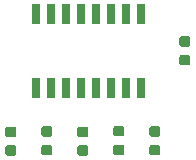
<source format=gtp>
G04 #@! TF.GenerationSoftware,KiCad,Pcbnew,5.1.5-2.fc32*
G04 #@! TF.CreationDate,2020-05-12T10:48:03+02:00*
G04 #@! TF.ProjectId,beieliscale-kicad,62656965-6c69-4736-9361-6c652d6b6963,rev?*
G04 #@! TF.SameCoordinates,Original*
G04 #@! TF.FileFunction,Paste,Top*
G04 #@! TF.FilePolarity,Positive*
%FSLAX46Y46*%
G04 Gerber Fmt 4.6, Leading zero omitted, Abs format (unit mm)*
G04 Created by KiCad (PCBNEW 5.1.5-2.fc32) date 2020-05-12 10:48:03*
%MOMM*%
%LPD*%
G04 APERTURE LIST*
%ADD10C,0.100000*%
%ADD11R,0.640000X1.800000*%
G04 APERTURE END LIST*
D10*
G36*
X99845691Y-64030553D02*
G01*
X99866926Y-64033703D01*
X99887750Y-64038919D01*
X99907962Y-64046151D01*
X99927368Y-64055330D01*
X99945781Y-64066366D01*
X99963024Y-64079154D01*
X99978930Y-64093570D01*
X99993346Y-64109476D01*
X100006134Y-64126719D01*
X100017170Y-64145132D01*
X100026349Y-64164538D01*
X100033581Y-64184750D01*
X100038797Y-64205574D01*
X100041947Y-64226809D01*
X100043000Y-64248250D01*
X100043000Y-64685750D01*
X100041947Y-64707191D01*
X100038797Y-64728426D01*
X100033581Y-64749250D01*
X100026349Y-64769462D01*
X100017170Y-64788868D01*
X100006134Y-64807281D01*
X99993346Y-64824524D01*
X99978930Y-64840430D01*
X99963024Y-64854846D01*
X99945781Y-64867634D01*
X99927368Y-64878670D01*
X99907962Y-64887849D01*
X99887750Y-64895081D01*
X99866926Y-64900297D01*
X99845691Y-64903447D01*
X99824250Y-64904500D01*
X99311750Y-64904500D01*
X99290309Y-64903447D01*
X99269074Y-64900297D01*
X99248250Y-64895081D01*
X99228038Y-64887849D01*
X99208632Y-64878670D01*
X99190219Y-64867634D01*
X99172976Y-64854846D01*
X99157070Y-64840430D01*
X99142654Y-64824524D01*
X99129866Y-64807281D01*
X99118830Y-64788868D01*
X99109651Y-64769462D01*
X99102419Y-64749250D01*
X99097203Y-64728426D01*
X99094053Y-64707191D01*
X99093000Y-64685750D01*
X99093000Y-64248250D01*
X99094053Y-64226809D01*
X99097203Y-64205574D01*
X99102419Y-64184750D01*
X99109651Y-64164538D01*
X99118830Y-64145132D01*
X99129866Y-64126719D01*
X99142654Y-64109476D01*
X99157070Y-64093570D01*
X99172976Y-64079154D01*
X99190219Y-64066366D01*
X99208632Y-64055330D01*
X99228038Y-64046151D01*
X99248250Y-64038919D01*
X99269074Y-64033703D01*
X99290309Y-64030553D01*
X99311750Y-64029500D01*
X99824250Y-64029500D01*
X99845691Y-64030553D01*
G37*
G36*
X99845691Y-65605553D02*
G01*
X99866926Y-65608703D01*
X99887750Y-65613919D01*
X99907962Y-65621151D01*
X99927368Y-65630330D01*
X99945781Y-65641366D01*
X99963024Y-65654154D01*
X99978930Y-65668570D01*
X99993346Y-65684476D01*
X100006134Y-65701719D01*
X100017170Y-65720132D01*
X100026349Y-65739538D01*
X100033581Y-65759750D01*
X100038797Y-65780574D01*
X100041947Y-65801809D01*
X100043000Y-65823250D01*
X100043000Y-66260750D01*
X100041947Y-66282191D01*
X100038797Y-66303426D01*
X100033581Y-66324250D01*
X100026349Y-66344462D01*
X100017170Y-66363868D01*
X100006134Y-66382281D01*
X99993346Y-66399524D01*
X99978930Y-66415430D01*
X99963024Y-66429846D01*
X99945781Y-66442634D01*
X99927368Y-66453670D01*
X99907962Y-66462849D01*
X99887750Y-66470081D01*
X99866926Y-66475297D01*
X99845691Y-66478447D01*
X99824250Y-66479500D01*
X99311750Y-66479500D01*
X99290309Y-66478447D01*
X99269074Y-66475297D01*
X99248250Y-66470081D01*
X99228038Y-66462849D01*
X99208632Y-66453670D01*
X99190219Y-66442634D01*
X99172976Y-66429846D01*
X99157070Y-66415430D01*
X99142654Y-66399524D01*
X99129866Y-66382281D01*
X99118830Y-66363868D01*
X99109651Y-66344462D01*
X99102419Y-66324250D01*
X99097203Y-66303426D01*
X99094053Y-66282191D01*
X99093000Y-66260750D01*
X99093000Y-65823250D01*
X99094053Y-65801809D01*
X99097203Y-65780574D01*
X99102419Y-65759750D01*
X99109651Y-65739538D01*
X99118830Y-65720132D01*
X99129866Y-65701719D01*
X99142654Y-65684476D01*
X99157070Y-65668570D01*
X99172976Y-65654154D01*
X99190219Y-65641366D01*
X99208632Y-65630330D01*
X99228038Y-65621151D01*
X99248250Y-65613919D01*
X99269074Y-65608703D01*
X99290309Y-65605553D01*
X99311750Y-65604500D01*
X99824250Y-65604500D01*
X99845691Y-65605553D01*
G37*
G36*
X114577691Y-56385053D02*
G01*
X114598926Y-56388203D01*
X114619750Y-56393419D01*
X114639962Y-56400651D01*
X114659368Y-56409830D01*
X114677781Y-56420866D01*
X114695024Y-56433654D01*
X114710930Y-56448070D01*
X114725346Y-56463976D01*
X114738134Y-56481219D01*
X114749170Y-56499632D01*
X114758349Y-56519038D01*
X114765581Y-56539250D01*
X114770797Y-56560074D01*
X114773947Y-56581309D01*
X114775000Y-56602750D01*
X114775000Y-57040250D01*
X114773947Y-57061691D01*
X114770797Y-57082926D01*
X114765581Y-57103750D01*
X114758349Y-57123962D01*
X114749170Y-57143368D01*
X114738134Y-57161781D01*
X114725346Y-57179024D01*
X114710930Y-57194930D01*
X114695024Y-57209346D01*
X114677781Y-57222134D01*
X114659368Y-57233170D01*
X114639962Y-57242349D01*
X114619750Y-57249581D01*
X114598926Y-57254797D01*
X114577691Y-57257947D01*
X114556250Y-57259000D01*
X114043750Y-57259000D01*
X114022309Y-57257947D01*
X114001074Y-57254797D01*
X113980250Y-57249581D01*
X113960038Y-57242349D01*
X113940632Y-57233170D01*
X113922219Y-57222134D01*
X113904976Y-57209346D01*
X113889070Y-57194930D01*
X113874654Y-57179024D01*
X113861866Y-57161781D01*
X113850830Y-57143368D01*
X113841651Y-57123962D01*
X113834419Y-57103750D01*
X113829203Y-57082926D01*
X113826053Y-57061691D01*
X113825000Y-57040250D01*
X113825000Y-56602750D01*
X113826053Y-56581309D01*
X113829203Y-56560074D01*
X113834419Y-56539250D01*
X113841651Y-56519038D01*
X113850830Y-56499632D01*
X113861866Y-56481219D01*
X113874654Y-56463976D01*
X113889070Y-56448070D01*
X113904976Y-56433654D01*
X113922219Y-56420866D01*
X113940632Y-56409830D01*
X113960038Y-56400651D01*
X113980250Y-56393419D01*
X114001074Y-56388203D01*
X114022309Y-56385053D01*
X114043750Y-56384000D01*
X114556250Y-56384000D01*
X114577691Y-56385053D01*
G37*
G36*
X114577691Y-57960053D02*
G01*
X114598926Y-57963203D01*
X114619750Y-57968419D01*
X114639962Y-57975651D01*
X114659368Y-57984830D01*
X114677781Y-57995866D01*
X114695024Y-58008654D01*
X114710930Y-58023070D01*
X114725346Y-58038976D01*
X114738134Y-58056219D01*
X114749170Y-58074632D01*
X114758349Y-58094038D01*
X114765581Y-58114250D01*
X114770797Y-58135074D01*
X114773947Y-58156309D01*
X114775000Y-58177750D01*
X114775000Y-58615250D01*
X114773947Y-58636691D01*
X114770797Y-58657926D01*
X114765581Y-58678750D01*
X114758349Y-58698962D01*
X114749170Y-58718368D01*
X114738134Y-58736781D01*
X114725346Y-58754024D01*
X114710930Y-58769930D01*
X114695024Y-58784346D01*
X114677781Y-58797134D01*
X114659368Y-58808170D01*
X114639962Y-58817349D01*
X114619750Y-58824581D01*
X114598926Y-58829797D01*
X114577691Y-58832947D01*
X114556250Y-58834000D01*
X114043750Y-58834000D01*
X114022309Y-58832947D01*
X114001074Y-58829797D01*
X113980250Y-58824581D01*
X113960038Y-58817349D01*
X113940632Y-58808170D01*
X113922219Y-58797134D01*
X113904976Y-58784346D01*
X113889070Y-58769930D01*
X113874654Y-58754024D01*
X113861866Y-58736781D01*
X113850830Y-58718368D01*
X113841651Y-58698962D01*
X113834419Y-58678750D01*
X113829203Y-58657926D01*
X113826053Y-58636691D01*
X113825000Y-58615250D01*
X113825000Y-58177750D01*
X113826053Y-58156309D01*
X113829203Y-58135074D01*
X113834419Y-58114250D01*
X113841651Y-58094038D01*
X113850830Y-58074632D01*
X113861866Y-58056219D01*
X113874654Y-58038976D01*
X113889070Y-58023070D01*
X113904976Y-58008654D01*
X113922219Y-57995866D01*
X113940632Y-57984830D01*
X113960038Y-57975651D01*
X113980250Y-57968419D01*
X114001074Y-57963203D01*
X114022309Y-57960053D01*
X114043750Y-57959000D01*
X114556250Y-57959000D01*
X114577691Y-57960053D01*
G37*
G36*
X108989691Y-65554553D02*
G01*
X109010926Y-65557703D01*
X109031750Y-65562919D01*
X109051962Y-65570151D01*
X109071368Y-65579330D01*
X109089781Y-65590366D01*
X109107024Y-65603154D01*
X109122930Y-65617570D01*
X109137346Y-65633476D01*
X109150134Y-65650719D01*
X109161170Y-65669132D01*
X109170349Y-65688538D01*
X109177581Y-65708750D01*
X109182797Y-65729574D01*
X109185947Y-65750809D01*
X109187000Y-65772250D01*
X109187000Y-66209750D01*
X109185947Y-66231191D01*
X109182797Y-66252426D01*
X109177581Y-66273250D01*
X109170349Y-66293462D01*
X109161170Y-66312868D01*
X109150134Y-66331281D01*
X109137346Y-66348524D01*
X109122930Y-66364430D01*
X109107024Y-66378846D01*
X109089781Y-66391634D01*
X109071368Y-66402670D01*
X109051962Y-66411849D01*
X109031750Y-66419081D01*
X109010926Y-66424297D01*
X108989691Y-66427447D01*
X108968250Y-66428500D01*
X108455750Y-66428500D01*
X108434309Y-66427447D01*
X108413074Y-66424297D01*
X108392250Y-66419081D01*
X108372038Y-66411849D01*
X108352632Y-66402670D01*
X108334219Y-66391634D01*
X108316976Y-66378846D01*
X108301070Y-66364430D01*
X108286654Y-66348524D01*
X108273866Y-66331281D01*
X108262830Y-66312868D01*
X108253651Y-66293462D01*
X108246419Y-66273250D01*
X108241203Y-66252426D01*
X108238053Y-66231191D01*
X108237000Y-66209750D01*
X108237000Y-65772250D01*
X108238053Y-65750809D01*
X108241203Y-65729574D01*
X108246419Y-65708750D01*
X108253651Y-65688538D01*
X108262830Y-65669132D01*
X108273866Y-65650719D01*
X108286654Y-65633476D01*
X108301070Y-65617570D01*
X108316976Y-65603154D01*
X108334219Y-65590366D01*
X108352632Y-65579330D01*
X108372038Y-65570151D01*
X108392250Y-65562919D01*
X108413074Y-65557703D01*
X108434309Y-65554553D01*
X108455750Y-65553500D01*
X108968250Y-65553500D01*
X108989691Y-65554553D01*
G37*
G36*
X108989691Y-63979553D02*
G01*
X109010926Y-63982703D01*
X109031750Y-63987919D01*
X109051962Y-63995151D01*
X109071368Y-64004330D01*
X109089781Y-64015366D01*
X109107024Y-64028154D01*
X109122930Y-64042570D01*
X109137346Y-64058476D01*
X109150134Y-64075719D01*
X109161170Y-64094132D01*
X109170349Y-64113538D01*
X109177581Y-64133750D01*
X109182797Y-64154574D01*
X109185947Y-64175809D01*
X109187000Y-64197250D01*
X109187000Y-64634750D01*
X109185947Y-64656191D01*
X109182797Y-64677426D01*
X109177581Y-64698250D01*
X109170349Y-64718462D01*
X109161170Y-64737868D01*
X109150134Y-64756281D01*
X109137346Y-64773524D01*
X109122930Y-64789430D01*
X109107024Y-64803846D01*
X109089781Y-64816634D01*
X109071368Y-64827670D01*
X109051962Y-64836849D01*
X109031750Y-64844081D01*
X109010926Y-64849297D01*
X108989691Y-64852447D01*
X108968250Y-64853500D01*
X108455750Y-64853500D01*
X108434309Y-64852447D01*
X108413074Y-64849297D01*
X108392250Y-64844081D01*
X108372038Y-64836849D01*
X108352632Y-64827670D01*
X108334219Y-64816634D01*
X108316976Y-64803846D01*
X108301070Y-64789430D01*
X108286654Y-64773524D01*
X108273866Y-64756281D01*
X108262830Y-64737868D01*
X108253651Y-64718462D01*
X108246419Y-64698250D01*
X108241203Y-64677426D01*
X108238053Y-64656191D01*
X108237000Y-64634750D01*
X108237000Y-64197250D01*
X108238053Y-64175809D01*
X108241203Y-64154574D01*
X108246419Y-64133750D01*
X108253651Y-64113538D01*
X108262830Y-64094132D01*
X108273866Y-64075719D01*
X108286654Y-64058476D01*
X108301070Y-64042570D01*
X108316976Y-64028154D01*
X108334219Y-64015366D01*
X108352632Y-64004330D01*
X108372038Y-63995151D01*
X108392250Y-63987919D01*
X108413074Y-63982703D01*
X108434309Y-63979553D01*
X108455750Y-63978500D01*
X108968250Y-63978500D01*
X108989691Y-63979553D01*
G37*
G36*
X105941691Y-65605553D02*
G01*
X105962926Y-65608703D01*
X105983750Y-65613919D01*
X106003962Y-65621151D01*
X106023368Y-65630330D01*
X106041781Y-65641366D01*
X106059024Y-65654154D01*
X106074930Y-65668570D01*
X106089346Y-65684476D01*
X106102134Y-65701719D01*
X106113170Y-65720132D01*
X106122349Y-65739538D01*
X106129581Y-65759750D01*
X106134797Y-65780574D01*
X106137947Y-65801809D01*
X106139000Y-65823250D01*
X106139000Y-66260750D01*
X106137947Y-66282191D01*
X106134797Y-66303426D01*
X106129581Y-66324250D01*
X106122349Y-66344462D01*
X106113170Y-66363868D01*
X106102134Y-66382281D01*
X106089346Y-66399524D01*
X106074930Y-66415430D01*
X106059024Y-66429846D01*
X106041781Y-66442634D01*
X106023368Y-66453670D01*
X106003962Y-66462849D01*
X105983750Y-66470081D01*
X105962926Y-66475297D01*
X105941691Y-66478447D01*
X105920250Y-66479500D01*
X105407750Y-66479500D01*
X105386309Y-66478447D01*
X105365074Y-66475297D01*
X105344250Y-66470081D01*
X105324038Y-66462849D01*
X105304632Y-66453670D01*
X105286219Y-66442634D01*
X105268976Y-66429846D01*
X105253070Y-66415430D01*
X105238654Y-66399524D01*
X105225866Y-66382281D01*
X105214830Y-66363868D01*
X105205651Y-66344462D01*
X105198419Y-66324250D01*
X105193203Y-66303426D01*
X105190053Y-66282191D01*
X105189000Y-66260750D01*
X105189000Y-65823250D01*
X105190053Y-65801809D01*
X105193203Y-65780574D01*
X105198419Y-65759750D01*
X105205651Y-65739538D01*
X105214830Y-65720132D01*
X105225866Y-65701719D01*
X105238654Y-65684476D01*
X105253070Y-65668570D01*
X105268976Y-65654154D01*
X105286219Y-65641366D01*
X105304632Y-65630330D01*
X105324038Y-65621151D01*
X105344250Y-65613919D01*
X105365074Y-65608703D01*
X105386309Y-65605553D01*
X105407750Y-65604500D01*
X105920250Y-65604500D01*
X105941691Y-65605553D01*
G37*
G36*
X105941691Y-64030553D02*
G01*
X105962926Y-64033703D01*
X105983750Y-64038919D01*
X106003962Y-64046151D01*
X106023368Y-64055330D01*
X106041781Y-64066366D01*
X106059024Y-64079154D01*
X106074930Y-64093570D01*
X106089346Y-64109476D01*
X106102134Y-64126719D01*
X106113170Y-64145132D01*
X106122349Y-64164538D01*
X106129581Y-64184750D01*
X106134797Y-64205574D01*
X106137947Y-64226809D01*
X106139000Y-64248250D01*
X106139000Y-64685750D01*
X106137947Y-64707191D01*
X106134797Y-64728426D01*
X106129581Y-64749250D01*
X106122349Y-64769462D01*
X106113170Y-64788868D01*
X106102134Y-64807281D01*
X106089346Y-64824524D01*
X106074930Y-64840430D01*
X106059024Y-64854846D01*
X106041781Y-64867634D01*
X106023368Y-64878670D01*
X106003962Y-64887849D01*
X105983750Y-64895081D01*
X105962926Y-64900297D01*
X105941691Y-64903447D01*
X105920250Y-64904500D01*
X105407750Y-64904500D01*
X105386309Y-64903447D01*
X105365074Y-64900297D01*
X105344250Y-64895081D01*
X105324038Y-64887849D01*
X105304632Y-64878670D01*
X105286219Y-64867634D01*
X105268976Y-64854846D01*
X105253070Y-64840430D01*
X105238654Y-64824524D01*
X105225866Y-64807281D01*
X105214830Y-64788868D01*
X105205651Y-64769462D01*
X105198419Y-64749250D01*
X105193203Y-64728426D01*
X105190053Y-64707191D01*
X105189000Y-64685750D01*
X105189000Y-64248250D01*
X105190053Y-64226809D01*
X105193203Y-64205574D01*
X105198419Y-64184750D01*
X105205651Y-64164538D01*
X105214830Y-64145132D01*
X105225866Y-64126719D01*
X105238654Y-64109476D01*
X105253070Y-64093570D01*
X105268976Y-64079154D01*
X105286219Y-64066366D01*
X105304632Y-64055330D01*
X105324038Y-64046151D01*
X105344250Y-64038919D01*
X105365074Y-64033703D01*
X105386309Y-64030553D01*
X105407750Y-64029500D01*
X105920250Y-64029500D01*
X105941691Y-64030553D01*
G37*
D11*
X101680000Y-60733000D03*
X102950000Y-60733000D03*
X104220000Y-60733000D03*
X105490000Y-60733000D03*
X106760000Y-60733000D03*
X108030000Y-60733000D03*
X109300000Y-60733000D03*
X110570000Y-60733000D03*
X110570000Y-54523000D03*
X109300000Y-54523000D03*
X108030000Y-54523000D03*
X106760000Y-54523000D03*
X105490000Y-54523000D03*
X104220000Y-54523000D03*
X102950000Y-54523000D03*
X101680000Y-54523000D03*
D10*
G36*
X112037691Y-64005053D02*
G01*
X112058926Y-64008203D01*
X112079750Y-64013419D01*
X112099962Y-64020651D01*
X112119368Y-64029830D01*
X112137781Y-64040866D01*
X112155024Y-64053654D01*
X112170930Y-64068070D01*
X112185346Y-64083976D01*
X112198134Y-64101219D01*
X112209170Y-64119632D01*
X112218349Y-64139038D01*
X112225581Y-64159250D01*
X112230797Y-64180074D01*
X112233947Y-64201309D01*
X112235000Y-64222750D01*
X112235000Y-64660250D01*
X112233947Y-64681691D01*
X112230797Y-64702926D01*
X112225581Y-64723750D01*
X112218349Y-64743962D01*
X112209170Y-64763368D01*
X112198134Y-64781781D01*
X112185346Y-64799024D01*
X112170930Y-64814930D01*
X112155024Y-64829346D01*
X112137781Y-64842134D01*
X112119368Y-64853170D01*
X112099962Y-64862349D01*
X112079750Y-64869581D01*
X112058926Y-64874797D01*
X112037691Y-64877947D01*
X112016250Y-64879000D01*
X111503750Y-64879000D01*
X111482309Y-64877947D01*
X111461074Y-64874797D01*
X111440250Y-64869581D01*
X111420038Y-64862349D01*
X111400632Y-64853170D01*
X111382219Y-64842134D01*
X111364976Y-64829346D01*
X111349070Y-64814930D01*
X111334654Y-64799024D01*
X111321866Y-64781781D01*
X111310830Y-64763368D01*
X111301651Y-64743962D01*
X111294419Y-64723750D01*
X111289203Y-64702926D01*
X111286053Y-64681691D01*
X111285000Y-64660250D01*
X111285000Y-64222750D01*
X111286053Y-64201309D01*
X111289203Y-64180074D01*
X111294419Y-64159250D01*
X111301651Y-64139038D01*
X111310830Y-64119632D01*
X111321866Y-64101219D01*
X111334654Y-64083976D01*
X111349070Y-64068070D01*
X111364976Y-64053654D01*
X111382219Y-64040866D01*
X111400632Y-64029830D01*
X111420038Y-64020651D01*
X111440250Y-64013419D01*
X111461074Y-64008203D01*
X111482309Y-64005053D01*
X111503750Y-64004000D01*
X112016250Y-64004000D01*
X112037691Y-64005053D01*
G37*
G36*
X112037691Y-65580053D02*
G01*
X112058926Y-65583203D01*
X112079750Y-65588419D01*
X112099962Y-65595651D01*
X112119368Y-65604830D01*
X112137781Y-65615866D01*
X112155024Y-65628654D01*
X112170930Y-65643070D01*
X112185346Y-65658976D01*
X112198134Y-65676219D01*
X112209170Y-65694632D01*
X112218349Y-65714038D01*
X112225581Y-65734250D01*
X112230797Y-65755074D01*
X112233947Y-65776309D01*
X112235000Y-65797750D01*
X112235000Y-66235250D01*
X112233947Y-66256691D01*
X112230797Y-66277926D01*
X112225581Y-66298750D01*
X112218349Y-66318962D01*
X112209170Y-66338368D01*
X112198134Y-66356781D01*
X112185346Y-66374024D01*
X112170930Y-66389930D01*
X112155024Y-66404346D01*
X112137781Y-66417134D01*
X112119368Y-66428170D01*
X112099962Y-66437349D01*
X112079750Y-66444581D01*
X112058926Y-66449797D01*
X112037691Y-66452947D01*
X112016250Y-66454000D01*
X111503750Y-66454000D01*
X111482309Y-66452947D01*
X111461074Y-66449797D01*
X111440250Y-66444581D01*
X111420038Y-66437349D01*
X111400632Y-66428170D01*
X111382219Y-66417134D01*
X111364976Y-66404346D01*
X111349070Y-66389930D01*
X111334654Y-66374024D01*
X111321866Y-66356781D01*
X111310830Y-66338368D01*
X111301651Y-66318962D01*
X111294419Y-66298750D01*
X111289203Y-66277926D01*
X111286053Y-66256691D01*
X111285000Y-66235250D01*
X111285000Y-65797750D01*
X111286053Y-65776309D01*
X111289203Y-65755074D01*
X111294419Y-65734250D01*
X111301651Y-65714038D01*
X111310830Y-65694632D01*
X111321866Y-65676219D01*
X111334654Y-65658976D01*
X111349070Y-65643070D01*
X111364976Y-65628654D01*
X111382219Y-65615866D01*
X111400632Y-65604830D01*
X111420038Y-65595651D01*
X111440250Y-65588419D01*
X111461074Y-65583203D01*
X111482309Y-65580053D01*
X111503750Y-65579000D01*
X112016250Y-65579000D01*
X112037691Y-65580053D01*
G37*
G36*
X102893691Y-64005053D02*
G01*
X102914926Y-64008203D01*
X102935750Y-64013419D01*
X102955962Y-64020651D01*
X102975368Y-64029830D01*
X102993781Y-64040866D01*
X103011024Y-64053654D01*
X103026930Y-64068070D01*
X103041346Y-64083976D01*
X103054134Y-64101219D01*
X103065170Y-64119632D01*
X103074349Y-64139038D01*
X103081581Y-64159250D01*
X103086797Y-64180074D01*
X103089947Y-64201309D01*
X103091000Y-64222750D01*
X103091000Y-64660250D01*
X103089947Y-64681691D01*
X103086797Y-64702926D01*
X103081581Y-64723750D01*
X103074349Y-64743962D01*
X103065170Y-64763368D01*
X103054134Y-64781781D01*
X103041346Y-64799024D01*
X103026930Y-64814930D01*
X103011024Y-64829346D01*
X102993781Y-64842134D01*
X102975368Y-64853170D01*
X102955962Y-64862349D01*
X102935750Y-64869581D01*
X102914926Y-64874797D01*
X102893691Y-64877947D01*
X102872250Y-64879000D01*
X102359750Y-64879000D01*
X102338309Y-64877947D01*
X102317074Y-64874797D01*
X102296250Y-64869581D01*
X102276038Y-64862349D01*
X102256632Y-64853170D01*
X102238219Y-64842134D01*
X102220976Y-64829346D01*
X102205070Y-64814930D01*
X102190654Y-64799024D01*
X102177866Y-64781781D01*
X102166830Y-64763368D01*
X102157651Y-64743962D01*
X102150419Y-64723750D01*
X102145203Y-64702926D01*
X102142053Y-64681691D01*
X102141000Y-64660250D01*
X102141000Y-64222750D01*
X102142053Y-64201309D01*
X102145203Y-64180074D01*
X102150419Y-64159250D01*
X102157651Y-64139038D01*
X102166830Y-64119632D01*
X102177866Y-64101219D01*
X102190654Y-64083976D01*
X102205070Y-64068070D01*
X102220976Y-64053654D01*
X102238219Y-64040866D01*
X102256632Y-64029830D01*
X102276038Y-64020651D01*
X102296250Y-64013419D01*
X102317074Y-64008203D01*
X102338309Y-64005053D01*
X102359750Y-64004000D01*
X102872250Y-64004000D01*
X102893691Y-64005053D01*
G37*
G36*
X102893691Y-65580053D02*
G01*
X102914926Y-65583203D01*
X102935750Y-65588419D01*
X102955962Y-65595651D01*
X102975368Y-65604830D01*
X102993781Y-65615866D01*
X103011024Y-65628654D01*
X103026930Y-65643070D01*
X103041346Y-65658976D01*
X103054134Y-65676219D01*
X103065170Y-65694632D01*
X103074349Y-65714038D01*
X103081581Y-65734250D01*
X103086797Y-65755074D01*
X103089947Y-65776309D01*
X103091000Y-65797750D01*
X103091000Y-66235250D01*
X103089947Y-66256691D01*
X103086797Y-66277926D01*
X103081581Y-66298750D01*
X103074349Y-66318962D01*
X103065170Y-66338368D01*
X103054134Y-66356781D01*
X103041346Y-66374024D01*
X103026930Y-66389930D01*
X103011024Y-66404346D01*
X102993781Y-66417134D01*
X102975368Y-66428170D01*
X102955962Y-66437349D01*
X102935750Y-66444581D01*
X102914926Y-66449797D01*
X102893691Y-66452947D01*
X102872250Y-66454000D01*
X102359750Y-66454000D01*
X102338309Y-66452947D01*
X102317074Y-66449797D01*
X102296250Y-66444581D01*
X102276038Y-66437349D01*
X102256632Y-66428170D01*
X102238219Y-66417134D01*
X102220976Y-66404346D01*
X102205070Y-66389930D01*
X102190654Y-66374024D01*
X102177866Y-66356781D01*
X102166830Y-66338368D01*
X102157651Y-66318962D01*
X102150419Y-66298750D01*
X102145203Y-66277926D01*
X102142053Y-66256691D01*
X102141000Y-66235250D01*
X102141000Y-65797750D01*
X102142053Y-65776309D01*
X102145203Y-65755074D01*
X102150419Y-65734250D01*
X102157651Y-65714038D01*
X102166830Y-65694632D01*
X102177866Y-65676219D01*
X102190654Y-65658976D01*
X102205070Y-65643070D01*
X102220976Y-65628654D01*
X102238219Y-65615866D01*
X102256632Y-65604830D01*
X102276038Y-65595651D01*
X102296250Y-65588419D01*
X102317074Y-65583203D01*
X102338309Y-65580053D01*
X102359750Y-65579000D01*
X102872250Y-65579000D01*
X102893691Y-65580053D01*
G37*
M02*

</source>
